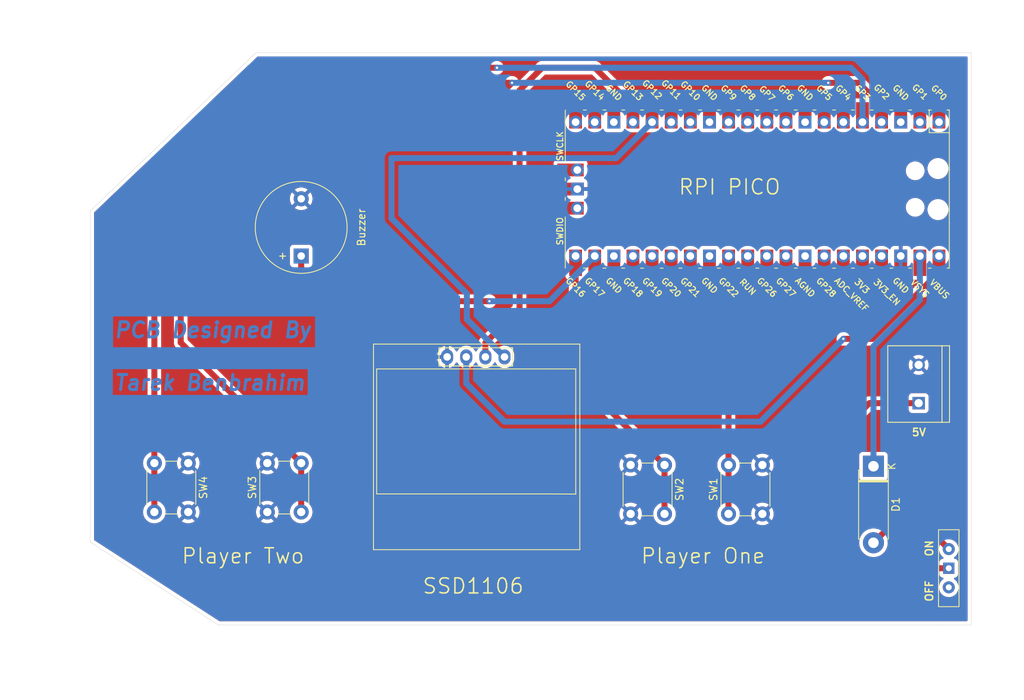
<source format=kicad_pcb>
(kicad_pcb (version 20240108) (generator "pcbnew") (generator_version "8.0")
  (layers (0 "F.Cu" signal) (31 "B.Cu" signal) (34 "B.Paste" user) (35 "F.Paste" user) (36 "B.SilkS" user "B.Silkscreen") (37 "F.SilkS" user "F.Silkscreen") (38 "B.Mask" user) (39 "F.Mask" user) (44 "Edge.Cuts" user))
  (net 0 "")
  (net 1 "Net-(Brd1-SCL)")
  (net 2 "Net-(Brd1-SDA)")
  (net 3 "GND")
  (net 4 "Net-(Brd1-VCC)")
  (net 5 "Net-(BZ1-+)")
  (net 6 "Net-(D1-K)")
  (net 7 "Net-(D1-A)")
  (net 8 "Net-(J1-Pin_1)")
  (net 9 "Net-(U1-GPIO21)")
  (net 10 "Net-(U1-GPIO16)")
  (net 11 "Net-(U1-GPIO2)")
  (net 12 "Net-(U1-GPIO3)")
  (footprint "Diode_THT:D_5W_P10.16mm_Horizontal" (layer "F.Cu") (at 192 95.92 -90)
    (property "Reference" "D1" (at 5.08 -2.97 90) (layer "F.SilkS"))
    (property "Value" "D_Schottky")
    (fp_line (start 0.51 1.97) (end 9.65 1.97) (stroke (width 0.12)) (layer "F.SilkS"))
    (fp_line (start 9.65 1.97) (end 9.65 1.64) (stroke (width 0.12)) (layer "F.SilkS"))
    (fp_line (start 0.51 1.64) (end 0.51 1.97) (stroke (width 0.12)) (layer "F.SilkS"))
    (fp_line (start 0.51 -1.64) (end 0.51 -1.97) (stroke (width 0.12)) (layer "F.SilkS"))
    (fp_line (start 0.51 -1.97) (end 9.65 -1.97) (stroke (width 0.12)) (layer "F.SilkS"))
    (fp_line (start 1.845 -1.97) (end 1.845 1.97) (stroke (width 0.12)) (layer "F.SilkS"))
    (fp_line (start 1.965 -1.97) (end 1.965 1.97) (stroke (width 0.12)) (layer "F.SilkS"))
    (fp_line (start 2.085 -1.97) (end 2.085 1.97) (stroke (width 0.12)) (layer "F.SilkS"))
    (fp_line (start 9.65 -1.97) (end 9.65 -1.64) (stroke (width 0.12)) (layer "F.SilkS"))
    (fp_text user "K" (at 0 -2.4 90) (layer "F.SilkS"))
    (pad "1" thru_hole rect (at 0 0 270) (size 2.8 2.8) (drill 1.4) (layers "*.Cu" "*.Mask") (net 6 "Net-(D1-K)"))
    (pad "2" thru_hole oval (at 10.16 0 270) (size 2.8 2.8) (drill 1.4) (layers "*.Cu" "*.Mask") (net 7 "Net-(D1-A)"))
  )
  (footprint "Button_Switch_THT:SW_Slide-03_Wuerth-WS-SLTV_10x2.5x6.4_P2.54mm" (layer "F.Cu") (at 202 109.46 -90)
    (property "Reference" "SW6" (hide yes))
    (property "Value" "SW_Wuerth_450301014042" (hide yes))
    (fp_rect (start -5.11 -1.36) (end 5.11 1.36) (stroke (width 0.12)) (fill none) (layer "F.SilkS"))
    (pad "1" thru_hole rect (at 0 0 270) (size 1.5 1.5) (drill 0.8) (layers "*.Cu" "*.Mask") (net 8 "Net-(J1-Pin_1)"))
    (pad "2" thru_hole circle (at -2.54 0 270) (size 1.6 1.6) (drill 0.8) (layers "*.Cu" "*.Mask") (net 7 "Net-(D1-A)"))
    (pad "3" thru_hole circle (at 2.54 0 270) (size 1.6 1.6) (drill 0.8) (layers "*.Cu" "*.Mask"))
  )
  (footprint "Buzzer_Beeper:Buzzer_12x9.5RM7.6" (layer "F.Cu") (at 116 68 90)
    (property "Reference" "BZ1" (hide yes))
    (property "Value" "Buzzer" (at 3.8 8 90) (layer "F.SilkS"))
    (fp_circle (center 3.8 0) (end 9.9 0) (stroke (width 0.12)) (fill none) (layer "F.SilkS"))
    (fp_text user "+" (at -0.01 -2.54 90) (layer "F.SilkS"))
    (pad "1" thru_hole rect (at 0 0 90) (size 2 2) (drill 1) (layers "*.Cu" "*.Mask") (net 5 "Net-(BZ1-+)"))
    (pad "2" thru_hole circle (at 7.6 0 90) (size 2 2) (drill 1) (layers "*.Cu" "*.Mask") (net 3 "GND"))
  )
  (footprint "MCU_RaspberryPi_and_Boards:RPi_Pico_SMD_TH" (layer "F.Cu") (at 176.57 59.11 -90)
    (property "Reference" "U1" (hide yes))
    (property "Value" "Pico" (hide yes))
    (fp_line (start -3.7 25.5) (end -10.5 25.5) (stroke (width 0.12)) (layer "F.SilkS"))
    (fp_line (start -1.5 25.5) (end -1.1 25.5) (stroke (width 0.12)) (layer "F.SilkS"))
    (fp_line (start 1.1 25.5) (end 1.5 25.5) (stroke (width 0.12)) (layer "F.SilkS"))
    (fp_line (start 10.5 25.5) (end 3.7 25.5) (stroke (width 0.12)) (layer "F.SilkS"))
    (fp_line (start -10.5 22.7) (end -10.5 23.1) (stroke (width 0.12)) (layer "F.SilkS"))
    (fp_line (start 10.5 22.7) (end 10.5 23.1) (stroke (width 0.12)) (layer "F.SilkS"))
    (fp_line (start -10.5 20.1) (end -10.5 20.5) (stroke (width 0.12)) (layer "F.SilkS"))
    (fp_line (start 10.5 20.1) (end 10.5 20.5) (stroke (width 0.12)) (layer "F.SilkS"))
    (fp_line (start -10.5 17.6) (end -10.5 18) (stroke (width 0.12)) (layer "F.SilkS"))
    (fp_line (start 10.5 17.6) (end 10.5 18) (stroke (width 0.12)) (layer "F.SilkS"))
    (fp_line (start -10.5 15.1) (end -10.5 15.5) (stroke (width 0.12)) (layer "F.SilkS"))
    (fp_line (start 10.5 15.1) (end 10.5 15.5) (stroke (width 0.12)) (layer "F.SilkS"))
    (fp_line (start -10.5 12.5) (end -10.5 12.9) (stroke (width 0.12)) (layer "F.SilkS"))
    (fp_line (start 10.5 12.5) (end 10.5 12.9) (stroke (width 0.12)) (layer "F.SilkS"))
    (fp_line (start -10.5 10) (end -10.5 10.4) (stroke (width 0.12)) (layer "F.SilkS"))
    (fp_line (start 10.5 10) (end 10.5 10.4) (stroke (width 0.12)) (layer "F.SilkS"))
    (fp_line (start -10.5 7.4) (end -10.5 7.8) (stroke (width 0.12)) (layer "F.SilkS"))
    (fp_line (start 10.5 7.4) (end 10.5 7.8) (stroke (width 0.12)) (layer "F.SilkS"))
    (fp_line (start -10.5 4.9) (end -10.5 5.3) (stroke (width 0.12)) (layer "F.SilkS"))
    (fp_line (start 10.5 4.9) (end 10.5 5.3) (stroke (width 0.12)) (layer "F.SilkS"))
    (fp_line (start -10.5 2.3) (end -10.5 2.7) (stroke (width 0.12)) (layer "F.SilkS"))
    (fp_line (start 10.5 2.3) (end 10.5 2.7) (stroke (width 0.12)) (layer "F.SilkS"))
    (fp_line (start -10.5 -0.2) (end -10.5 0.2) (stroke (width 0.12)) (layer "F.SilkS"))
    (fp_line (start 10.5 -0.2) (end 10.5 0.2) (stroke (width 0.12)) (layer "F.SilkS"))
    (fp_line (start -10.5 -2.7) (end -10.5 -2.3) (stroke (width 0.12)) (layer "F.SilkS"))
    (fp_line (start 10.5 -2.7) (end 10.5 -2.3) (stroke (width 0.12)) (layer "F.SilkS"))
    (fp_line (start -10.5 -5.3) (end -10.5 -4.9) (stroke (width 0.12)) (layer "F.SilkS"))
    (fp_line (start 10.5 -5.3) (end 10.5 -4.9) (stroke (width 0.12)) (layer "F.SilkS"))
    (fp_line (start -10.5 -7.8) (end -10.5 -7.4) (stroke (width 0.12)) (layer "F.SilkS"))
    (fp_line (start 10.5 -7.8) (end 10.5 -7.4) (stroke (width 0.12)) (layer "F.SilkS"))
    (fp_line (start -10.5 -10.4) (end -10.5 -10) (stroke (width 0.12)) (layer "F.SilkS"))
    (fp_line (start 10.5 -10.4) (end 10.5 -10) (stroke (width 0.12)) (layer "F.SilkS"))
    (fp_line (start -10.5 -12.9) (end -10.5 -12.5) (stroke (width 0.12)) (layer "F.SilkS"))
    (fp_line (start 10.5 -12.9) (end 10.5 -12.5) (stroke (width 0.12)) (layer "F.SilkS"))
    (fp_line (start -10.5 -15.4) (end -10.5 -15) (stroke (width 0.12)) (layer "F.SilkS"))
    (fp_line (start 10.5 -15.4) (end 10.5 -15) (stroke (width 0.12)) (layer "F.SilkS"))
    (fp_line (start -10.5 -18) (end -10.5 -17.6) (stroke (width 0.12)) (layer "F.SilkS"))
    (fp_line (start 10.5 -18) (end 10.5 -17.6) (stroke (width 0.12)) (layer "F.SilkS"))
    (fp_line (start -10.5 -20.5) (end -10.5 -20.1) (stroke (width 0.12)) (layer "F.SilkS"))
    (fp_line (start 10.5 -20.5) (end 10.5 -20.1) (stroke (width 0.12)) (layer "F.SilkS"))
    (fp_line (start -10.5 -22.833) (end -7.493 -22.833) (stroke (width 0.12)) (layer "F.SilkS"))
    (fp_line (start -7.493 -22.833) (end -7.493 -25.5) (stroke (width 0.12)) (layer "F.SilkS"))
    (fp_line (start -10.5 -23.1) (end -10.5 -22.7) (stroke (width 0.12)) (layer "F.SilkS"))
    (fp_line (start 10.5 -23.1) (end 10.5 -22.7) (stroke (width 0.12)) (layer "F.SilkS"))
    (fp_line (start -10.5 -25.5) (end -10.5 -25.2) (stroke (width 0.12)) (layer "F.SilkS"))
    (fp_line (start -10.5 -25.5) (end 10.5 -25.5) (stroke (width 0.12)) (layer "F.SilkS"))
    (fp_line (start 10.5 -25.5) (end 10.5 -25.2) (stroke (width 0.12)) (layer "F.SilkS"))
    (fp_text user "GP7" (at -12.7 -1.3 135) (layer "F.SilkS") (effects (font (size 0.8 0.8))))
    (fp_text user "GP26" (at 13.054 -1.27 135) (layer "F.SilkS") (effects (font (size 0.8 0.8))))
    (fp_text user "GP19" (at 13.054 13.97 135) (layer "F.SilkS") (effects (font (size 0.8 0.8))))
    (fp_text user "GP1" (at -12.9 -21.6 135) (layer "F.SilkS") (effects (font (size 0.8 0.8))))
    (fp_text user "GP0" (at -12.8 -24.13 135) (layer "F.SilkS") (effects (font (size 0.8 0.8))))
    (fp_text user "GND" (at -12.8 6.35 135) (layer "F.SilkS") (effects (font (size 0.8 0.8))))
    (fp_text user "VBUS" (at 13.3 -24.2 135) (layer "F.SilkS") (effects (font (size 0.8 0.8))))
    (fp_text user "GP28" (at 13.054 -9.144 135) (layer "F.SilkS") (effects (font (size 0.8 0.8))))
    (fp_text user "GP6" (at -12.8 -3.81 135) (layer "F.SilkS") (effects (font (size 0.8 0.8))))
    (fp_text user "GP21" (at 13.054 8.9 135) (layer "F.SilkS") (effects (font (size 0.8 0.8))))
    (fp_text user "VSYS" (at 13.2 -21.59 135) (layer "F.SilkS") (effects (font (size 0.8 0.8))))
    (fp_text user "GP4" (at -12.8 -11.43 135) (layer "F.SilkS") (effects (font (size 0.8 0.8))))
    (fp_text user "GP16" (at 13.054 24.13 135) (layer "F.SilkS") (effects (font (size 0.8 0.8))))
    (fp_text user "GND" (at -12.8 -6.35 135) (layer "F.SilkS") (effects (font (size 0.8 0.8))))
    (fp_text user "3V3" (at 12.9 -13.9 135) (layer "F.SilkS") (effects (font (size 0.8 0.8))))
    (fp_text user "SWDIO" (at 5.6 26.2 90) (layer "F.SilkS") (effects (font (size 0.8 0.8))))
    (fp_text user "RUN" (at 13 1.27 135) (layer "F.SilkS") (effects (font (size 0.8 0.8))))
    (fp_text user "GP2" (at -12.9 -16.51 135) (layer "F.SilkS") (effects (font (size 0.8 0.8))))
    (fp_text user "GP8" (at -12.8 1.27 135) (layer "F.SilkS") (effects (font (size 0.8 0.8))))
    (fp_text user "GP20" (at 13.054 11.43 135) (layer "F.SilkS") (effects (font (size 0.8 0.8))))
    (fp_text user "GND" (at -12.8 19.05 135) (layer "F.SilkS") (effects (font (size 0.8 0.8))))
    (fp_text user "GND" (at 12.8 -19.05 135) (layer "F.SilkS") (effects (font (size 0.8 0.8))))
    (fp_text user "GP27" (at 13.054 -3.8 135) (layer "F.SilkS") (effects (font (size 0.8 0.8))))
    (fp_text user "GP15" (at -13.054 24.13 135) (layer "F.SilkS") (effects (font (size 0.8 0.8))))
    (fp_text user "GND" (at 12.8 6.35 135) (layer "F.SilkS") (effects (font (size 0.8 0.8))))
    (fp_text user "SWCLK" (at -5.7 26.2 90) (layer "F.SilkS") (effects (font (size 0.8 0.8))))
    (fp_text user "GP10" (at -13.054 8.89 135) (layer "F.SilkS") (effects (font (size 0.8 0.8))))
    (fp_text user "GP13" (at -13.054 16.51 135) (layer "F.SilkS") (effects (font (size 0.8 0.8))))
    (fp_text user "3V3_EN" (at 13.7 -17.2 135) (layer "F.SilkS") (effects (font (size 0.8 0.8))))
    (fp_text user "GP17" (at 13.054 21.59 135) (layer "F.SilkS") (effects (font (size 0.8 0.8))))
    (fp_text user "AGND" (at 13.054 -6.35 135) (layer "F.SilkS") (effects (font (size 0.8 0.8))))
    (fp_text user "GP12" (at -13.2 13.97 135) (layer "F.SilkS") (effects (font (size 0.8 0.8))))
    (fp_text user "GND" (at 12.8 19.05 135) (layer "F.SilkS") (effects (font (size 0.8 0.8))))
    (fp_text user "GP18" (at 13.054 16.51 135) (layer "F.SilkS") (effects (font (size 0.8 0.8))))
    (fp_text user "GP22" (at 13.054 3.81 135) (layer "F.SilkS") (effects (font (size 0.8 0.8))))
    (fp_text user "GP5" (at -12.8 -8.89 135) (layer "F.SilkS") (effects (font (size 0.8 0.8))))
    (fp_text user "GND" (at -12.8 -19.05 135) (layer "F.SilkS") (effects (font (size 0.8 0.8))))
    (fp_text user "ADC_VREF" (at 14 -12.5 135) (layer "F.SilkS") (effects (font (size 0.8 0.8))))
    (fp_text user "GP11" (at -13.2 11.43 135) (layer "F.SilkS") (effects (font (size 0.8 0.8))))
    (fp_text user "GP14" (at -13.1 21.59 135) (layer "F.SilkS") (effects (font (size 0.8 0.8))))
    (fp_text user "GP9" (at -12.8 3.81 135) (layer "F.SilkS") (effects (font (size 0.8 0.8))))
    (fp_text user "GP3" (at -12.8 -13.97 135) (layer "F.SilkS") (effects (font (size 0.8 0.8))))
    (pad "" np_thru_hole oval (at -2.725 -24 270) (size 1.8 1.8) (drill 1.8) (layers "*.Cu" "*.Mask"))
    (pad "" np_thru_hole oval (at -2.425 -20.97 270) (size 1.5 1.5) (drill 1.5) (layers "*.Cu" "*.Mask"))
    (pad "" np_thru_hole oval (at 2.425 -20.97 270) (size 1.5 1.5) (drill 1.5) (layers "*.Cu" "*.Mask"))
    (pad "" np_thru_hole oval (at 2.725 -24 270) (size 1.8 1.8) (drill 1.8) (layers "*.Cu" "*.Mask"))
    (pad "1" thru_hole oval (at -8.89 -24.13 270) (size 1.7 1.7) (drill 1.02) (layers "*.Cu" "*.Mask"))
    (pad "1" smd rect (at -8.89 -24.13 270) (size 3.5 1.7) (drill (offset -0.9 0)) (layers "F.Cu" "F.Mask"))
    (pad "2" thru_hole oval (at -8.89 -21.59 270) (size 1.7 1.7) (drill 1.02) (layers "*.Cu" "*.Mask"))
    (pad "2" smd rect (at -8.89 -21.59 270) (size 3.5 1.7) (drill (offset -0.9 0)) (layers "F.Cu" "F.Mask"))
    (pad "3" thru_hole rect (at -8.89 -19.05 270) (size 1.7 1.7) (drill 1.02) (layers "*.Cu" "*.Mask"))
    (pad "3" smd rect (at -8.89 -19.05 270) (size 3.5 1.7) (drill (offset -0.9 0)) (layers "F.Cu" "F.Mask"))
    (pad "4" thru_hole oval (at -8.89 -16.51 270) (size 1.7 1.7) (drill 1.02) (layers "*.Cu" "*.Mask") (net 11 "Net-(U1-GPIO2)"))
    (pad "4" smd rect (at -8.89 -16.51 270) (size 3.5 1.7) (drill (offset -0.9 0)) (layers "F.Cu" "F.Mask") (net 11 "Net-(U1-GPIO2)"))
    (pad "5" thru_hole oval (at -8.89 -13.97 270) (size 1.7 1.7) (drill 1.02) (layers "*.Cu" "*.Mask") (net 12 "Net-(U1-GPIO3)"))
    (pad "5" smd rect (at -8.89 -13.97 270) (size 3.5 1.7) (drill (offset -0.9 0)) (layers "F.Cu" "F.Mask") (net 12 "Net-(U1-GPIO3)"))
    (pad "6" thru_hole oval (at -8.89 -11.43 270) (size 1.7 1.7) (drill 1.02) (layers "*.Cu" "*.Mask"))
    (pad "6" smd rect (at -8.89 -11.43 270) (size 3.5 1.7) (drill (offset -0.9 0)) (layers "F.Cu" "F.Mask"))
    (pad "7" thru_hole oval (at -8.89 -8.89 270) (size 1.7 1.7) (drill 1.02) (layers "*.Cu" "*.Mask"))
    (pad "7" smd rect (at -8.89 -8.89 270) (size 3.5 1.7) (drill (offset -0.9 0)) (layers "F.Cu" "F.Mask"))
    (pad "8" thru_hole rect (at -8.89 -6.35 270) (size 1.7 1.7) (drill 1.02) (layers "*.Cu" "*.Mask"))
    (pad "8" smd rect (at -8.89 -6.35 270) (size 3.5 1.7) (drill (offset -0.9 0)) (layers "F.Cu" "F.Mask"))
    (pad "9" thru_hole oval (at -8.89 -3.81 270) (size 1.7 1.7) (drill 1.02) (layers "*.Cu" "*.Mask"))
    (pad "9" smd rect (at -8.89 -3.81 270) (size 3.5 1.7) (drill (offset -0.9 0)) (layers "F.Cu" "F.Mask"))
    (pad "10" thru_hole oval (at -8.89 -1.27 270) (size 1.7 1.7) (drill 1.02) (layers "*.Cu" "*.Mask"))
    (pad "10" smd rect (at -8.89 -1.27 270) (size 3.5 1.7) (drill (offset -0.9 0)) (layers "F.Cu" "F.Mask"))
    (pad "11" thru_hole oval (at -8.89 1.27 270) (size 1.7 1.7) (drill 1.02) (layers "*.Cu" "*.Mask"))
    (pad "11" smd rect (at -8.89 1.27 270) (size 3.5 1.7) (drill (offset -0.9 0)) (layers "F.Cu" "F.Mask"))
    (pad "12" thru_hole oval (at -8.89 3.81 270) (size 1.7 1.7) (drill 1.02) (layers "*.Cu" "*.Mask"))
    (pad "12" smd rect (at -8.89 3.81 270) (size 3.5 1.7) (drill (offset -0.9 0)) (layers "F.Cu" "F.Mask"))
    (pad "13" thru_hole rect (at -8.89 6.35 270) (size 1.7 1.7) (drill 1.02) (layers "*.Cu" "*.Mask"))
    (pad "13" smd rect (at -8.89 6.35 270) (size 3.5 1.7) (drill (offset -0.9 0)) (layers "F.Cu" "F.Mask"))
    (pad "14" thru_hole oval (at -8.89 8.89 270) (size 1.7 1.7) (drill 1.02) (layers "*.Cu" "*.Mask"))
    (pad "14" smd rect (at -8.89 8.89 270) (size 3.5 1.7) (drill (offset -0.9 0)) (layers "F.Cu" "F.Mask"))
    (pad "15" thru_hole oval (at -8.89 11.43 270) (size 1.7 1.7) (drill 1.02) (layers "*.Cu" "*.Mask"))
    (pad "15" smd rect (at -8.89 11.43 270) (size 3.5 1.7) (drill (offset -0.9 0)) (layers "F.Cu" "F.Mask"))
    (pad "16" thru_hole oval (at -8.89 13.97 270) (size 1.7 1.7) (drill 1.02) (layers "*.Cu" "*.Mask") (net 2 "Net-(Brd1-SDA)"))
    (pad "16" smd rect (at -8.89 13.97 270) (size 3.5 1.7) (drill (offset -0.9 0)) (layers "F.Cu" "F.Mask") (net 2 "Net-(Brd1-SDA)"))
    (pad "17" thru_hole oval (at -8.89 16.51 270) (size 1.7 1.7) (drill 1.02) (layers "*.Cu" "*.Mask") (net 1 "Net-(Brd1-SCL)"))
    (pad "17" smd rect (at -8.89 16.51 270) (size 3.5 1.7) (drill (offset -0.9 0)) (layers "F.Cu" "F.Mask") (net 1 "Net-(Brd1-SCL)"))
    (pad "18" thru_hole rect (at -8.89 19.05 270) (size 1.7 1.7) (drill 1.02) (layers "*.Cu" "*.Mask"))
    (pad "18" smd rect (at -8.89 19.05 270) (size 3.5 1.7) (drill (offset -0.9 0)) (layers "F.Cu" "F.Mask"))
    (pad "19" thru_hole oval (at -8.89 21.59 270) (size 1.7 1.7) (drill 1.02) (layers "*.Cu" "*.Mask"))
    (pad "19" smd rect (at -8.89 21.59 270) (size 3.5 1.7) (drill (offset -0.9 0)) (layers "F.Cu" "F.Mask"))
    (pad "20" thru_hole oval (at -8.89 24.13 270) (size 1.7 1.7) (drill 1.02) (layers "*.Cu" "*.Mask"))
    (pad "20" smd rect (at -8.89 24.13 270) (size 3.5 1.7) (drill (offset -0.9 0)) (layers "F.Cu" "F.Mask"))
    (pad "21" thru_hole oval (at 8.89 24.13 270) (size 1.7 1.7) (drill 1.02) (layers "*.Cu" "*.Mask") (net 10 "Net-(U1-GPIO16)"))
    (pad "21" smd rect (at 8.89 24.13 270) (size 3.5 1.7) (drill (offset 0.9 0)) (layers "F.Cu" "F.Mask") (net 10 "Net-(U1-GPIO16)"))
    (pad "22" thru_hole oval (at 8.89 21.59 270) (size 1.7 1.7) (drill 1.02) (layers "*.Cu" "*.Mask") (net 5 "Net-(BZ1-+)"))
    (pad "22" smd rect (at 8.89 21.59 270) (size 3.5 1.7) (drill (offset 0.9 0)) (layers "F.Cu" "F.Mask") (net 5 "Net-(BZ1-+)"))
    (pad "23" thru_hole rect (at 8.89 19.05 270) (size 1.7 1.7) (drill 1.02) (layers "*.Cu" "*.Mask"))
    (pad "23" smd rect (at 8.89 19.05 270) (size 3.5 1.7) (drill (offset 0.9 0)) (layers "F.Cu" "F.Mask"))
    (pad "24" thru_hole oval (at 8.89 16.51 270) (size 1.7 1.7) (drill 1.02) (layers "*.Cu" "*.Mask"))
    (pad "24" smd rect (at 8.89 16.51 270) (size 3.5 1.7) (drill (offset 0.9 0)) (layers "F.Cu" "F.Mask"))
    (pad "25" thru_hole oval (at 8.89 13.97 270) (size 1.7 1.7) (drill 1.02) (layers "*.Cu" "*.Mask"))
    (pad "25" smd rect (at 8.89 13.97 270) (size 3.5 1.7) (drill (offset 0.9 0)) (layers "F.Cu" "F.Mask"))
    (pad "26" thru_hole oval (at 8.89 11.43 270) (size 1.7 1.7) (drill 1.02) (layers "*.Cu" "*.Mask"))
    (pad "26" smd rect (at 8.89 11.43 270) (size 3.5 1.7) (drill (offset 0.9 0)) (layers "F.Cu" "F.Mask"))
    (pad "27" thru_hole oval (at 8.89 8.89 270) (size 1.7 1.7) (drill 1.02) (layers "*.Cu" "*.Mask") (net 9 "Net-(U1-GPIO21)"))
    (pad "27" smd rect (at 8.89 8.89 270) (size 3.5 1.7) (drill (offset 0.9 0)) (layers "F.Cu" "F.Mask") (net 9 "Net-(U1-GPIO21)"))
    (pad "28" thru_hole rect (at 8.89 6.35 270) (size 1.7 1.7) (drill 1.02) (layers "*.Cu" "*.Mask"))
    (pad "28" smd rect (at 8.89 6.35 270) (size 3.5 1.7) (drill (offset 0.9 0)) (layers "F.Cu" "F.Mask"))
    (pad "29" thru_hole oval (at 8.89 3.81 270) (size 1.7 1.7) (drill 1.02) (layers "*.Cu" "*.Mask"))
    (pad "29" smd rect (at 8.89 3.81 270) (size 3.5 1.7) (drill (offset 0.9 0)) (layers "F.Cu" "F.Mask"))
    (pad "30" thru_hole oval (at 8.89 1.27 270) (size 1.7 1.7) (drill 1.02) (layers "*.Cu" "*.Mask"))
    (pad "30" smd rect (at 8.89 1.27 270) (size 3.5 1.7) (drill (offset 0.9 0)) (layers "F.Cu" "F.Mask"))
    (pad "31" thru_hole oval (at 8.89 -1.27 270) (size 1.7 1.7) (drill 1.02) (layers "*.Cu" "*.Mask"))
    (pad "31" smd rect (at 8.89 -1.27 270) (size 3.5 1.7) (drill (offset 0.9 0)) (layers "F.Cu" "F.Mask"))
    (pad "32" thru_hole oval (at 8.89 -3.81 270) (size 1.7 1.7) (drill 1.02) (layers "*.Cu" "*.Mask"))
    (pad "32" smd rect (at 8.89 -3.81 270) (size 3.5 1.7) (drill (offset 0.9 0)) (layers "F.Cu" "F.Mask"))
    (pad "33" thru_hole rect (at 8.89 -6.35 270) (size 1.7 1.7) (drill 1.02) (layers "*.Cu" "*.Mask"))
    (pad "33" smd rect (at 8.89 -6.35 270) (size 3.5 1.7) (drill (offset 0.9 0)) (layers "F.Cu" "F.Mask"))
    (pad "34" thru_hole oval (at 8.89 -8.89 270) (size 1.7 1.7) (drill 1.02) (layers "*.Cu" "*.Mask"))
    (pad "34" smd rect (at 8.89 -8.89 270) (size 3.5 1.7) (drill (offset 0.9 0)) (layers "F.Cu" "F.Mask"))
    (pad "35" thru_hole oval (at 8.89 -11.43 270) (size 1.7 1.7) (drill 1.02) (layers "*.Cu" "*.Mask"))
    (pad "35" smd rect (at 8.89 -11.43 270) (size 3.5 1.7) (drill (offset 0.9 0)) (layers "F.Cu" "F.Mask"))
    (pad "36" thru_hole oval (at 8.89 -13.97 270) (size 1.7 1.7) (drill 1.02) (layers "*.Cu" "*.Mask"))
    (pad "36" smd rect (at 8.89 -13.97 270) (size 3.5 1.7) (drill (offset 0.9 0)) (layers "F.Cu" "F.Mask"))
    (pad "37" thru_hole oval (at 8.89 -16.51 270) (size 1.7 1.7) (drill 1.02) (layers "*.Cu" "*.Mask"))
    (pad "37" smd rect (at 8.89 -16.51 270) (size 3.5 1.7) (drill (offset 0.9 0)) (layers "F.Cu" "F.Mask"))
    (pad "38" thru_hole rect (at 8.89 -19.05 270) (size 1.7 1.7) (drill 1.02) (layers "*.Cu" "*.Mask") (net 3 "GND"))
    (pad "38" smd rect (at 8.89 -19.05 270) (size 3.5 1.7) (drill (offset 0.9 0)) (layers "F.Cu" "F.Mask") (net 3 "GND"))
    (pad "39" thru_hole oval (at 8.89 -21.59 270) (size 1.7 1.7) (drill 1.02) (layers "*.Cu" "*.Mask") (net 6 "Net-(D1-K)"))
    (pad "39" smd rect (at 8.89 -21.59 270) (size 3.5 1.7) (drill (offset 0.9 0)) (layers "F.Cu" "F.Mask") (net 6 "Net-(D1-K)"))
    (pad "40" thru_hole oval (at 8.89 -24.13 270) (size 1.7 1.7) (drill 1.02) (layers "*.Cu" "*.Mask") (net 4 "Net-(Brd1-VCC)"))
    (pad "40" smd rect (at 8.89 -24.13 270) (size 3.5 1.7) (drill (offset 0.9 0)) (layers "F.Cu" "F.Mask") (net 4 "Net-(Brd1-VCC)"))
    (pad "41" thru_hole oval (at -2.54 23.9 270) (size 1.7 1.7) (drill 1.02) (layers "*.Cu" "*.Mask"))
    (pad "41" smd rect (at -2.54 23.9) (size 3.5 1.7) (drill (offset -0.9 0)) (layers "F.Cu" "F.Mask"))
    (pad "42" thru_hole rect (at 0 23.9 270) (size 1.7 1.7) (drill 1.02) (layers "*.Cu" "*.Mask") (net 3 "GND"))
    (pad "42" smd rect (at 0 23.9) (size 3.5 1.7) (drill (offset -0.9 0)) (layers "F.Cu" "F.Mask") (net 3 "GND"))
    (pad "43" thru_hole oval (at 2.54 23.9 270) (size 1.7 1.7) (drill 1.02) (layers "*.Cu" "*.Mask"))
    (pad "43" smd rect (at 2.54 23.9) (size 3.5 1.7) (drill (offset -0.9 0)) (layers "F.Cu" "F.Mask"))
  )
  (footprint "Button_Switch_THT:SW_PUSH_6mm_H4.3mm" (layer "F.Cu") (at 172.75 102.25 90)
    (property "Reference" "SW1" (at 3.25 -2 90) (layer "F.SilkS"))
    (property "Value" "SW_Push")
    (fp_line (start 5.5 -1) (end 1 -1) (stroke (width 0.12)) (layer "F.SilkS"))
    (fp_line (start -0.25 1.5) (end -0.25 3) (stroke (width 0.12)) (layer "F.SilkS"))
    (fp_line (start 6.75 3) (end 6.75 1.5) (stroke (width 0.12)) (layer "F.SilkS"))
    (fp_line (start 1 5.5) (end 5.5 5.5) (stroke (width 0.12)) (layer "F.SilkS"))
    (pad "1" thru_hole circle (at 0 0 180) (size 2 2) (drill 1.1) (layers "*.Cu" "*.Mask") (net 9 "Net-(U1-GPIO21)"))
    (pad "1" thru_hole circle (at 6.5 0 180) (size 2 2) (drill 1.1) (layers "*.Cu" "*.Mask") (net 9 "Net-(U1-GPIO21)"))
    (pad "2" thru_hole circle (at 0 4.5 180) (size 2 2) (drill 1.1) (layers "*.Cu" "*.Mask") (net 3 "GND"))
    (pad "2" thru_hole circle (at 6.5 4.5 180) (size 2 2) (drill 1.1) (layers "*.Cu" "*.Mask") (net 3 "GND"))
  )
  (footprint "Button_Switch_THT:SW_PUSH_6mm_H4.3mm" (layer "F.Cu") (at 164.25 95.75 -90)
    (property "Reference" "SW2" (at 3.25 -2 90) (layer "F.SilkS"))
    (property "Value" "SW_Push")
    (fp_line (start 1 5.5) (end 5.5 5.5) (stroke (width 0.12)) (layer "F.SilkS"))
    (fp_line (start 6.75 3) (end 6.75 1.5) (stroke (width 0.12)) (layer "F.SilkS"))
    (fp_line (start -0.25 1.5) (end -0.25 3) (stroke (width 0.12)) (layer "F.SilkS"))
    (fp_line (start 5.5 -1) (end 1 -1) (stroke (width 0.12)) (layer "F.SilkS"))
    (pad "1" thru_hole circle (at 0 0) (size 2 2) (drill 1.1) (layers "*.Cu" "*.Mask") (net 10 "Net-(U1-GPIO16)"))
    (pad "1" thru_hole circle (at 6.5 0) (size 2 2) (drill 1.1) (layers "*.Cu" "*.Mask") (net 10 "Net-(U1-GPIO16)"))
    (pad "2" thru_hole circle (at 0 4.5) (size 2 2) (drill 1.1) (layers "*.Cu" "*.Mask") (net 3 "GND"))
    (pad "2" thru_hole circle (at 6.5 4.5) (size 2 2) (drill 1.1) (layers "*.Cu" "*.Mask") (net 3 "GND"))
  )
  (footprint "Button_Switch_THT:SW_PUSH_6mm_H4.3mm" (layer "F.Cu") (at 101 95.5 -90)
    (property "Reference" "SW4" (at 3.25 -2 90) (layer "F.SilkS"))
    (property "Value" "SW_Push")
    (fp_line (start 1 5.5) (end 5.5 5.5) (stroke (width 0.12)) (layer "F.SilkS"))
    (fp_line (start 6.75 3) (end 6.75 1.5) (stroke (width 0.12)) (layer "F.SilkS"))
    (fp_line (start -0.25 1.5) (end -0.25 3) (stroke (width 0.12)) (layer "F.SilkS"))
    (fp_line (start 5.5 -1) (end 1 -1) (stroke (width 0.12)) (layer "F.SilkS"))
    (pad "1" thru_hole circle (at 0 0) (size 2 2) (drill 1.1) (layers "*.Cu" "*.Mask") (net 3 "GND"))
    (pad "1" thru_hole circle (at 6.5 0) (size 2 2) (drill 1.1) (layers "*.Cu" "*.Mask") (net 3 "GND"))
    (pad "2" thru_hole circle (at 0 4.5) (size 2 2) (drill 1.1) (layers "*.Cu" "*.Mask") (net 12 "Net-(U1-GPIO3)"))
    (pad "2" thru_hole circle (at 6.5 4.5) (size 2 2) (drill 1.1) (layers "*.Cu" "*.Mask") (net 12 "Net-(U1-GPIO3)"))
  )
  (footprint "Button_Switch_THT:SW_PUSH_6mm_H4.3mm" (layer "F.Cu") (at 111.5 102 90)
    (property "Reference" "SW3" (at 3.25 -2 90) (layer "F.SilkS"))
    (property "Value" "SW_Push")
    (fp_line (start 5.5 -1) (end 1 -1) (stroke (width 0.12)) (layer "F.SilkS"))
    (fp_line (start -0.25 1.5) (end -0.25 3) (stroke (width 0.12)) (layer "F.SilkS"))
    (fp_line (start 6.75 3) (end 6.75 1.5) (stroke (width 0.12)) (layer "F.SilkS"))
    (fp_line (start 1 5.5) (end 5.5 5.5) (stroke (width 0.12)) (layer "F.SilkS"))
    (pad "1" thru_hole circle (at 0 0 180) (size 2 2) (drill 1.1) (layers "*.Cu" "*.Mask") (net 3 "GND"))
    (pad "1" thru_hole circle (at 6.5 0 180) (size 2 2) (drill 1.1) (layers "*.Cu" "*.Mask") (net 3 "GND"))
    (pad "2" thru_hole circle (at 0 4.5 180) (size 2 2) (drill 1.1) (layers "*.Cu" "*.Mask") (net 11 "Net-(U1-GPIO2)"))
    (pad "2" thru_hole circle (at 6.5 4.5 180) (size 2 2) (drill 1.1) (layers "*.Cu" "*.Mask") (net 11 "Net-(U1-GPIO2)"))
  )
  (footprint "SSD1306:128x64OLED" (layer "F.Cu") (at 139 92)
    (property "Reference" "Brd1" (hide yes))
    (property "Value" "SSD1306" (hide yes))
    (fp_line (start -13.4 -12.3) (end 14 -12.3) (stroke (width 0.12)) (layer "F.SilkS"))
    (fp_line (start -13.4 15) (end -13.4 -12.3) (stroke (width 0.12)) (layer "F.SilkS"))
    (fp_line (start -12.978 -9.005) (end 10.122 -9.005) (stroke (width 0.12)) (layer "F.SilkS"))
    (fp_line (start -12.978 7.595) (end -12.978 -9.005) (stroke (width 0.12)) (layer "F.SilkS"))
    (fp_line (start -4.699 -11.811) (end -4.699 -9.398) (stroke (width 0.12)) (layer "F.SilkS"))
    (fp_line (start -4.699 -11.811) (end 5.08 -11.811) (stroke (width 0.12)) (layer "F.SilkS"))
    (fp_line (start 5.08 -11.811) (end 5.08 -9.398) (stroke (width 0.12)) (layer "F.SilkS"))
    (fp_line (start 5.08 -9.398) (end -4.699 -9.398) (stroke (width 0.12)) (layer "F.SilkS"))
    (fp_line (start 10.122 -9.005) (end 13.208 -9.005) (stroke (width 0.12)) (layer "F.SilkS"))
    (fp_line (start 10.122 7.595) (end -12.978 7.595) (stroke (width 0.12)) (layer "F.SilkS"))
    (fp_line (start 10.122 7.595) (end 13.462 7.62) (stroke (width 0.12)) (layer "F.SilkS"))
    (fp_line (start 13.462 -9.017) (end 13.208 -9.005) (stroke (width 0.12)) (layer "F.SilkS"))
    (fp_line (start 13.462 7.62) (end 13.462 -9.017) (stroke (width 0.12)) (layer "F.SilkS"))
    (fp_line (start 14 -12.3) (end 14 15) (stroke (width 0.12)) (layer "F.SilkS"))
    (fp_line (start 14 15) (end -13.4 15) (stroke (width 0.12)) (layer "F.SilkS"))
    (pad "1" thru_hole oval (at -3.62 -10.6 90) (size 2 1.6) (drill 1) (layers "*.Cu" "*.Mask") (net 3 "GND"))
    (pad "2" thru_hole oval (at -1.08 -10.6 90) (size 2 1.6) (drill 1) (layers "*.Cu" "*.Mask") (net 4 "Net-(Brd1-VCC)"))
    (pad "3" thru_hole oval (at 1.46 -10.6 90) (size 2 1.6) (drill 1) (layers "*.Cu" "*.Mask") (net 1 "Net-(Brd1-SCL)"))
    (pad "4" thru_hole oval (at 4 -10.6 90) (size 2 1.6) (drill 1) (layers "*.Cu" "*.Mask") (net 2 "Net-(Brd1-SDA)"))
  )
  (footprint "scewterminal:screwterminal" (layer "F.Cu") (at 198 85 90)
    (property "Reference" "J1" (hide yes))
    (property "Value" "Screw_Terminal_01x02" (hide yes))
    (fp_line (start 5.08 -4.1) (end 5.08 3.1) (stroke (width 0.127)) (layer "F.SilkS"))
    (fp_line (start -5.08 -4.1) (end 5.08 -4.1) (stroke (width 0.127)) (layer "F.SilkS"))
    (fp_line (start 5.08 3.1) (end 5.08 4.1) (stroke (width 0.127)) (layer "F.SilkS"))
    (fp_line (start -5.08 3.1) (end -5.08 -4.1) (stroke (width 0.127)) (layer "F.SilkS"))
    (fp_line (start -5.08 3.1) (end 5.08 3.1) (stroke (width 0.127)) (layer "F.SilkS"))
    (fp_line (start 5.08 4.1) (end -5.08 4.1) (stroke (width 0.127)) (layer "F.SilkS"))
    (fp_line (start -5.08 4.1) (end -5.08 3.1) (stroke (width 0.127)) (layer "F.SilkS"))
    (pad "1" thru_hole rect (at -2.54 0 90) (size 1.65 1.65) (drill 1.1) (layers "*.Cu" "*.Mask") (net 8 "Net-(J1-Pin_1)"))
    (pad "2" thru_hole circle (at 2.54 0 90) (size 1.65 1.65) (drill 1.1) (layers "*.Cu" "*.Mask") (net 3 "GND"))
  )
  (gr_line (start 88 106) (end 105 117) (stroke (width 0.05)) (layer "Edge.Cuts"))
  (gr_line (start 205 113) (end 205 117) (stroke (width 0.05)) (layer "Edge.Cuts"))
  (gr_line (start 201 117) (end 105 117) (stroke (width 0.05)) (layer "Edge.Cuts"))
  (gr_line (start 110 41) (end 201 41) (stroke (width 0.05)) (layer "Edge.Cuts"))
  (gr_line (start 205 117) (end 201 117) (stroke (width 0.05)) (layer "Edge.Cuts"))
  (gr_line (start 205 46) (end 205 113) (stroke (width 0.05)) (layer "Edge.Cuts"))
  (gr_line (start 88 106) (end 88 62) (stroke (width 0.05)) (layer "Edge.Cuts"))
  (gr_line (start 205 46) (end 205 41) (stroke (width 0.05)) (layer "Edge.Cuts"))
  (gr_line (start 110 41) (end 88 62) (stroke (width 0.05)) (layer "Edge.Cuts"))
  (gr_line (start 201 41) (end 205 41) (stroke (width 0.05)) (layer "Edge.Cuts"))
  (gr_text "Tarek Benbrahim\n" (at 91 86 0) (layer "B.Cu") (effects (font (size 2 2) (thickness 0.4) (bold yes) (italic yes)) (justify left bottom)))
  (gr_text "PCB Designed By " (at 91 79 0) (layer "B.Cu") (effects (font (size 2 2) (thickness 0.4) (bold yes) (italic yes)) (justify left bottom)))
  (gr_text "5V " (at 197 92 0) (layer "F.SilkS") (effects (font (size 1 1) (thickness 0.2) (bold yes)) (justify left bottom)))
  (gr_text "RPI PICO\n" (at 166 60 0) (layer "F.SilkS") (effects (font (size 2 2) (thickness 0.2) (bold yes)) (justify left bottom)))
  (gr_text "SSD1106 \n" (at 132 113 0) (layer "F.SilkS") (effects (font (size 2 2) (thickness 0.2) (bold yes)) (justify left bottom)))
  (gr_text "OFF " (at 200 114 90) (layer "F.SilkS") (effects (font (size 1 1) (thickness 0.2) (bold yes)) (justify left bottom)))
  (gr_text "Player Two \n" (at 100 109 0) (layer "F.SilkS") (effects (font (size 2 2) (thickness 0.2) (bold yes)) (justify left bottom)))
  (gr_text "Player One " (at 161 109 0) (layer "F.SilkS") (effects (font (size 2 2) (thickness 0.2) (bold yes)) (justify left bottom)))
  (gr_text "ON \n" (at 200 108 90) (layer "F.SilkS") (effects (font (size 1 1) (thickness 0.2) (bold yes)) (justify left bottom)))
  (segment (start 140.46 81.4) (end 140.46 79.54) (width 0.8) (layer "F.Cu") (net 1))
  (segment (start 160.06 48.06) (end 160.06 50.22) (width 0.8) (layer "F.Cu") (net 1))
  (segment (start 140.46 79.54) (end 145 75) (width 0.8) (layer "F.Cu") (net 1))
  (segment (start 148 43) (end 155 43) (width 0.8) (layer "F.Cu") (net 1))
  (segment (start 155 43) (end 160.06 48.06) (width 0.8) (layer "F.Cu") (net 1))
  (segment (start 145 46) (end 148 43) (width 0.8) (layer "F.Cu") (net 1))
  (segment (start 145 75) (end 145 46) (width 0.8) (layer "F.Cu") (net 1))
  (segment (start 128 55) (end 157.82 55) (width 0.8) (layer "B.Cu") (net 2))
  (segment (start 157.82 55) (end 162.6 50.22) (width 0.8) (layer "B.Cu") (net 2))
  (segment (start 137.999999 72.999999) (end 128 63) (width 0.8) (layer "B.Cu") (net 2))
  (segment (start 143 81.4) (end 137.999999 76.399999) (width 0.8) (layer "B.Cu") (net 2))
  (segment (start 128 63) (end 128 55) (width 0.8) (layer "B.Cu") (net 2))
  (segment (start 137.999999 76.399999) (end 137.999999 72.999999) (width 0.8) (layer "B.Cu") (net 2))
  (segment (start 191.86 79) (end 200.7 70.16) (width 0.8) (layer "F.Cu") (net 4))
  (segment (start 188 79) (end 191.86 79) (width 0.8) (layer "F.Cu") (net 4))
  (segment (start 200.7 70.16) (end 200.7 68) (width 0.8) (layer "F.Cu") (net 4))
  (via (at 188 79) (size 0.6) (drill 0.3) (layers "F.Cu" "B.Cu") (net 4))
  (segment (start 143 90) (end 177 90) (width 0.8) (layer "B.Cu") (net 4))
  (segment (start 137.92 84.92) (end 143 90) (width 0.8) (layer "B.Cu") (net 4))
  (segment (start 137.92 81.4) (end 137.92 84.92) (width 0.8) (layer "B.Cu") (net 4))
  (segment (start 177 90) (end 188 79) (width 0.8) (layer "B.Cu") (net 4))
  (segment (start 134 74) (end 141 74) (width 0.8) (layer "F.Cu") (net 5))
  (segment (start 119 74) (end 134 74) (width 0.8) (layer "F.Cu") (net 5))
  (segment (start 116 71) (end 119 74) (width 0.8) (layer "F.Cu") (net 5))
  (segment (start 116 68) (end 116 71) (width 0.8) (layer "F.Cu") (net 5))
  (via (at 141 74) (size 0.6) (drill 0.3) (layers "F.Cu" "B.Cu") (net 5))
  (segment (start 148.98 74) (end 154.98 68) (width 0.8) (layer "B.Cu") (net 5))
  (segment (start 141 74) (end 148.98 74) (width 0.8) (layer "B.Cu") (net 5))
  (segment (start 192 80) (end 192 95.92) (width 0.8) (layer "B.Cu") (net 6))
  (segment (start 198.16 73.84) (end 192 80) (width 0.8) (layer "B.Cu") (net 6))
  (segment (start 198.16 68) (end 198.16 73.84) (width 0.8) (layer "B.Cu") (net 6))
  (segment (start 192 106.08) (end 194.08 104) (width 0.8) (layer "F.Cu") (net 7))
  (segment (start 199.08 104) (end 202 106.92) (width 0.8) (layer "F.Cu") (net 7))
  (segment (start 194.08 104) (end 199.08 104) (width 0.8) (layer "F.Cu") (net 7))
  (segment (start 186 112) (end 198 112) (width 0.8) (layer "F.Cu") (net 8))
  (segment (start 184 110) (end 186 112) (width 0.8) (layer "F.Cu") (net 8))
  (segment (start 200.54 109.46) (end 202 109.46) (width 0.8) (layer "F.Cu") (net 8))
  (segment (start 198 87.54) (end 191.46 87.54) (width 0.8) (layer "F.Cu") (net 8))
  (segment (start 191.46 87.54) (end 184 95) (width 0.8) (layer "F.Cu") (net 8))
  (segment (start 184 95) (end 184 110) (width 0.8) (layer "F.Cu") (net 8))
  (segment (start 198 112) (end 200.54 109.46) (width 0.8) (layer "F.Cu") (net 8))
  (segment (start 167.68 82.68) (end 167.68 68) (width 0.8) (layer "F.Cu") (net 9))
  (segment (start 172.75 95.75) (end 172.75 87.75) (width 0.8) (layer "F.Cu") (net 9))
  (segment (start 172.75 95.75) (end 172.75 102.25) (width 0.8) (layer "F.Cu") (net 9))
  (segment (start 168 83) (end 168.5 83.5) (width 0.8) (layer "F.Cu") (net 9))
  (segment (start 168 83) (end 167.68 82.68) (width 0.8) (layer "F.Cu") (net 9))
  (segment (start 172.75 87.75) (end 168 83) (width 0.8) (layer "F.Cu") (net 9))
  (segment (start 164.25 102.25) (end 164.25 95.75) (width 0.8) (layer "F.Cu") (net 10))
  (segment (start 164.25 95.75) (end 152.44 83.94) (width 0.8) (layer "F.Cu") (net 10))
  (segment (start 152.44 83.94) (end 152.44 68) (width 0.8) (layer "F.Cu") (net 10))
  (segment (start 100 79.5) (end 100 64) (width 0.8) (layer "F.Cu") (net 11))
  (segment (start 111 53) (end 136 53) (width 0.8) (layer "F.Cu") (net 11))
  (segment (start 186 45) (end 190.02 45) (width 0.8) (layer "F.Cu") (net 11))
  (segment (start 100 64) (end 111 53) (width 0.8) (layer "F.Cu") (net 11))
  (segment (start 116 95.5) (end 116 102) (width 0.8) (layer "F.Cu") (net 11))
  (segment (start 116 95.5) (end 100 79.5) (width 0.8) (layer "F.Cu") (net 11))
  (segment (start 143 45) (end 144 45) (width 0.8) (layer "F.Cu") (net 11))
  (segment (start 193.08 48.06) (end 193.08 50.22) (width 0.8) (layer "F.Cu") (net 11))
  (segment (start 190.02 45) (end 193.08 48.06) (width 0.8) (layer "F.Cu") (net 11))
  (segment (start 136 53) (end 144 45) (width 0.8) (layer "F.Cu") (net 11))
  (via (at 186 45) (size 0.6) (drill 0.3) (layers "F.Cu" "B.Cu") (net 11))
  (via (at 144 45) (size 0.6) (drill 0.3) (layers "F.Cu" "B.Cu") (net 11))
  (segment (start 186 45) (end 144 45) (width 0.8) (layer "B.Cu") (net 11))
  (segment (start 109.208211 43) (end 142 43) (width 0.8) (layer "F.Cu") (net 12))
  (segment (start 104.627575 47.372425) (end 109.208211 43) (width 0.8) (layer "F.Cu") (net 12))
  (segment (start 96.5 102) (end 96.5 95.5) (width 0.8) (layer "F.Cu") (net 12))
  (segment (start 96.5 95.5) (end 96.5 55.5) (width 0.8) (layer "F.Cu") (net 12))
  (segment (start 96.5 55.5) (end 104.627575 47.372425) (width 0.8) (layer "F.Cu") (net 12))
  (via (at 142 43) (size 0.6) (drill 0.3) (layers "F.Cu" "B.Cu") (net 12))
  (via (at 142 43) (size 0.6) (drill 0.3) (layers "F.Cu" "B.Cu") (net 12))
  (segment (start 189 43) (end 190.54 44.54) (width 0.8) (layer "B.Cu") (net 12))
  (segment (start 190.54 44.54) (end 190.54 50.22) (width 0.8) (layer "B.Cu") (net 12))
  (segment (start 142 43) (end 189 43) (width 0.8) (layer "B.Cu") (net 12))
  (zone (net 3) (net_name "GND") (layers "F&B.Cu") (connect_pads (clearance 0.5)) (min_thickness 0.25) (fill yes (thermal_gap 0.5) (thermal_bridge_width 0.5))
    (polygon (pts (xy 85 34) (xy 212 34) (xy 212 127) (xy 76 127)))
  )
)
</source>
